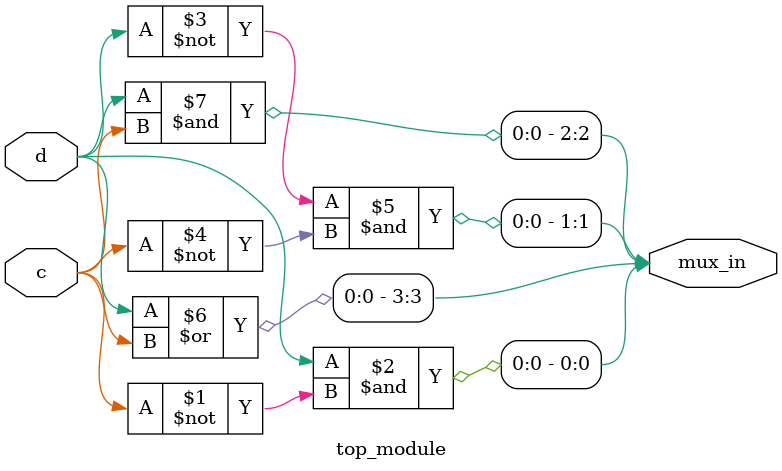
<source format=sv>
module top_module (
    input c,
    input d,
    output [3:0] mux_in
);

    // Assign values based on the correct interpretation of the Karnaugh map

    // ab = 00
    assign mux_in[0] = d & ~c;

    // ab = 01
    assign mux_in[1] = ~d & ~c;

    // ab = 11
    assign mux_in[3] = d | c;

    // ab = 10
    assign mux_in[2] = d & c;

endmodule

</source>
